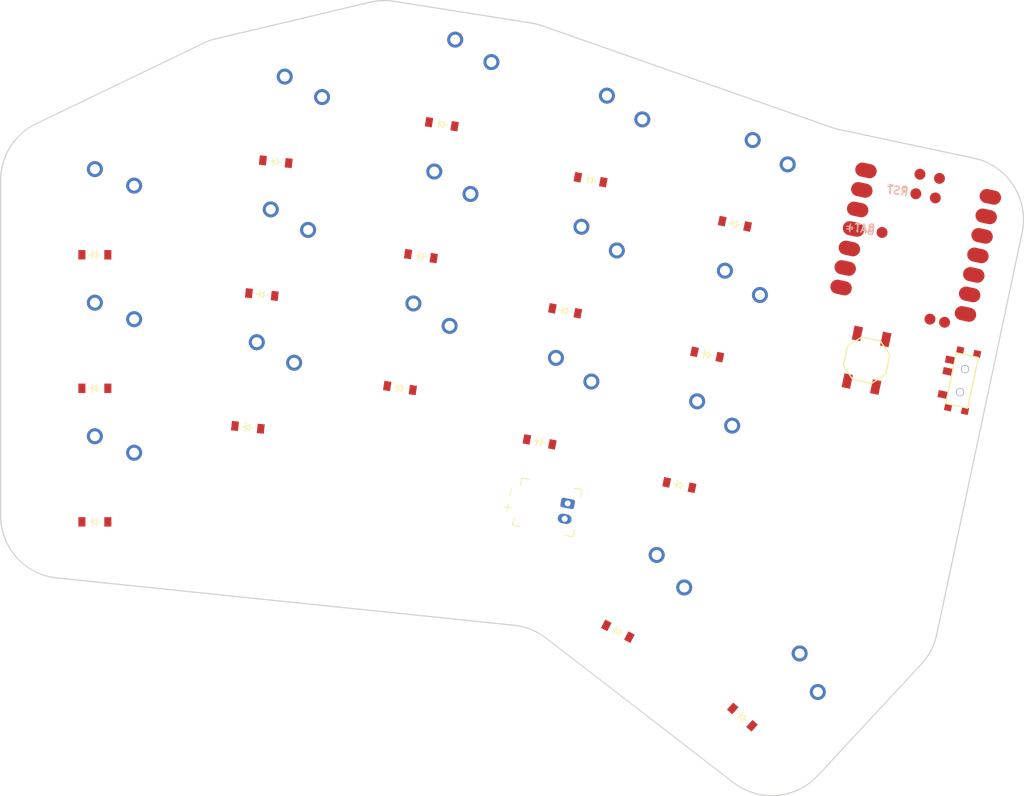
<source format=kicad_pcb>
(kicad_pcb (version 20171130) (host pcbnew 5.1.6)
  (title_block (title "splave-ferris_choc_v1_left") (rev "v1.0.0") (company "Unknown"))
  (layers (0 F.Cu signal) (31 B.Cu signal) (34 B.Paste user) (35 F.Paste user) (36 B.SilkS user) (37 F.SilkS user) (38 B.Mask user) (39 F.Mask user) (44 Edge.Cuts user))
  (net 0 "")
  (net 1 "D4")
  (net 2 "pinky_bottom")
  (net 3 "GND")
  (net 4 "D1")
  (net 5 "D2")
  (net 6 "pinky_home")
  (net 7 "pinky_top")
  (net 8 "ring_bottom")
  (net 9 "ring_home")
  (net 10 "ring_top")
  (net 11 "middle_bottom")
  (net 12 "middle_home")
  (net 13 "middle_top")
  (net 14 "D10")
  (net 15 "index_bottom")
  (net 16 "index_home")
  (net 17 "index_top")
  (net 18 "D8")
  (net 19 "inner_bottom")
  (net 20 "inner_home")
  (net 21 "inner_top")
  (net 22 "near_fan")
  (net 23 "far_fan")
  (net 24 "D5")
  (net 25 "D3")
  (net 26 "D0")
  (net 27 "D9")
  (net 28 "D6")
  (net 29 "D7")
  (net 30 "RAW3V3")
  (net 31 "RAW5V")
  (net 32 "CLK")
  (net 33 "DIO")
  (net 34 "RST")
  (net 35 "BAT")
  (net 36 "NFC1")
  (net 37 "NFC2")
  (net 38 "BATCON")
  (net 39 "JST1_1")
  (net 40 "JST1_2")
  (footprint "ceoloide:switch_choc_v1_v2" (layer "B.Cu") (at 120 210 0)
    (property "Reference" "S1" hide)
    (pad "" np_thru_hole circle (at 0 0 0) (size 3.4 3.4) (drill 3.4) (layers "*.Cu" "*.Mask"))
    (pad "" np_thru_hole circle (at 5.5 0 0) (size 1.9 1.9) (drill 1.9) (layers "*.Cu" "*.Mask"))
    (pad "" np_thru_hole circle (at -5.5 0 0) (size 1.9 1.9) (drill 1.9) (layers "*.Cu" "*.Mask"))
    (pad "2" thru_hole circle (at 0 -5.9 195) (size 2.032 2.032) (drill 1.27) (layers "*.Cu" "*.Mask") (net 1 "D4"))
    (pad "1" thru_hole circle (at 5 -3.8 195) (size 2.032 2.032) (drill 1.27) (layers "*.Cu" "*.Mask") (net 2 "pinky_bottom"))
  )
  (footprint "ceoloide:switch_choc_v1_v2" (layer "B.Cu") (at 120 193 0)
    (property "Reference" "S2" hide)
    (pad "" np_thru_hole circle (at 0 0 0) (size 3.4 3.4) (drill 3.4) (layers "*.Cu" "*.Mask"))
    (pad "" np_thru_hole circle (at 5.5 0 0) (size 1.9 1.9) (drill 1.9) (layers "*.Cu" "*.Mask"))
    (pad "" np_thru_hole circle (at -5.5 0 0) (size 1.9 1.9) (drill 1.9) (layers "*.Cu" "*.Mask"))
    (pad "2" thru_hole circle (at 0 -5.9 195) (size 2.032 2.032) (drill 1.27) (layers "*.Cu" "*.Mask") (net 1 "D4"))
    (pad "1" thru_hole circle (at 5 -3.8 195) (size 2.032 2.032) (drill 1.27) (layers "*.Cu" "*.Mask") (net 6 "pinky_home"))
  )
  (footprint "ceoloide:switch_choc_v1_v2" (layer "B.Cu") (at 120 176 0)
    (property "Reference" "S3" hide)
    (pad "" np_thru_hole circle (at 0 0 0) (size 3.4 3.4) (drill 3.4) (layers "*.Cu" "*.Mask"))
    (pad "" np_thru_hole circle (at 5.5 0 0) (size 1.9 1.9) (drill 1.9) (layers "*.Cu" "*.Mask"))
    (pad "" np_thru_hole circle (at -5.5 0 0) (size 1.9 1.9) (drill 1.9) (layers "*.Cu" "*.Mask"))
    (pad "2" thru_hole circle (at 0 -5.9 195) (size 2.032 2.032) (drill 1.27) (layers "*.Cu" "*.Mask") (net 1 "D4"))
    (pad "1" thru_hole circle (at 5 -3.8 195) (size 2.032 2.032) (drill 1.27) (layers "*.Cu" "*.Mask") (net 7 "pinky_top"))
  )
  (footprint "ceoloide:switch_choc_v1_v2" (layer "B.Cu") (at 140 198 -6)
    (property "Reference" "S4" hide)
    (pad "" np_thru_hole circle (at 0 0 -6) (size 3.4 3.4) (drill 3.4) (layers "*.Cu" "*.Mask"))
    (pad "" np_thru_hole circle (at 5.5 0 -6) (size 1.9 1.9) (drill 1.9) (layers "*.Cu" "*.Mask"))
    (pad "" np_thru_hole circle (at -5.5 0 -6) (size 1.9 1.9) (drill 1.9) (layers "*.Cu" "*.Mask"))
    (pad "2" thru_hole circle (at 0 -5.9 189) (size 2.032 2.032) (drill 1.27) (layers "*.Cu" "*.Mask") (net 5 "D2"))
    (pad "1" thru_hole circle (at 5 -3.8 189) (size 2.032 2.032) (drill 1.27) (layers "*.Cu" "*.Mask") (net 8 "ring_bottom"))
  )
  (footprint "ceoloide:switch_choc_v1_v2" (layer "B.Cu") (at 141.7769839 181.0931278 -6)
    (property "Reference" "S5" hide)
    (pad "" np_thru_hole circle (at 0 0 -6) (size 3.4 3.4) (drill 3.4) (layers "*.Cu" "*.Mask"))
    (pad "" np_thru_hole circle (at 5.5 0 -6) (size 1.9 1.9) (drill 1.9) (layers "*.Cu" "*.Mask"))
    (pad "" np_thru_hole circle (at -5.5 0 -6) (size 1.9 1.9) (drill 1.9) (layers "*.Cu" "*.Mask"))
    (pad "2" thru_hole circle (at 0 -5.9 189) (size 2.032 2.032) (drill 1.27) (layers "*.Cu" "*.Mask") (net 5 "D2"))
    (pad "1" thru_hole circle (at 5 -3.8 189) (size 2.032 2.032) (drill 1.27) (layers "*.Cu" "*.Mask") (net 9 "ring_home"))
  )
  (footprint "ceoloide:switch_choc_v1_v2" (layer "B.Cu") (at 143.5539678 164.18625559999998 -6)
    (property "Reference" "S6" hide)
    (pad "" np_thru_hole circle (at 0 0 -6) (size 3.4 3.4) (drill 3.4) (layers "*.Cu" "*.Mask"))
    (pad "" np_thru_hole circle (at 5.5 0 -6) (size 1.9 1.9) (drill 1.9) (layers "*.Cu" "*.Mask"))
    (pad "" np_thru_hole circle (at -5.5 0 -6) (size 1.9 1.9) (drill 1.9) (layers "*.Cu" "*.Mask"))
    (pad "2" thru_hole circle (at 0 -5.9 189) (size 2.032 2.032) (drill 1.27) (layers "*.Cu" "*.Mask") (net 5 "D2"))
    (pad "1" thru_hole circle (at 5 -3.8 189) (size 2.032 2.032) (drill 1.27) (layers "*.Cu" "*.Mask") (net 10 "ring_top"))
  )
  (footprint "ceoloide:switch_choc_v1_v2" (layer "B.Cu") (at 159.6276153 193.0243875 -9)
    (property "Reference" "S7" hide)
    (pad "" np_thru_hole circle (at 0 0 -9) (size 3.4 3.4) (drill 3.4) (layers "*.Cu" "*.Mask"))
    (pad "" np_thru_hole circle (at 5.5 0 -9) (size 1.9 1.9) (drill 1.9) (layers "*.Cu" "*.Mask"))
    (pad "" np_thru_hole circle (at -5.5 0 -9) (size 1.9 1.9) (drill 1.9) (layers "*.Cu" "*.Mask"))
    (pad "2" thru_hole circle (at 0 -5.9 186) (size 2.032 2.032) (drill 1.27) (layers "*.Cu" "*.Mask") (net 4 "D1"))
    (pad "1" thru_hole circle (at 5 -3.8 186) (size 2.032 2.032) (drill 1.27) (layers "*.Cu" "*.Mask") (net 11 "middle_bottom"))
  )
  (footprint "ceoloide:switch_choc_v1_v2" (layer "B.Cu") (at 162.2870012 176.2336857 -9)
    (property "Reference" "S8" hide)
    (pad "" np_thru_hole circle (at 0 0 -9) (size 3.4 3.4) (drill 3.4) (layers "*.Cu" "*.Mask"))
    (pad "" np_thru_hole circle (at 5.5 0 -9) (size 1.9 1.9) (drill 1.9) (layers "*.Cu" "*.Mask"))
    (pad "" np_thru_hole circle (at -5.5 0 -9) (size 1.9 1.9) (drill 1.9) (layers "*.Cu" "*.Mask"))
    (pad "2" thru_hole circle (at 0 -5.9 186) (size 2.032 2.032) (drill 1.27) (layers "*.Cu" "*.Mask") (net 4 "D1"))
    (pad "1" thru_hole circle (at 5 -3.8 186) (size 2.032 2.032) (drill 1.27) (layers "*.Cu" "*.Mask") (net 12 "middle_home"))
  )
  (footprint "ceoloide:switch_choc_v1_v2" (layer "B.Cu") (at 164.94638709999998 159.4429839 -9)
    (property "Reference" "S9" hide)
    (pad "" np_thru_hole circle (at 0 0 -9) (size 3.4 3.4) (drill 3.4) (layers "*.Cu" "*.Mask"))
    (pad "" np_thru_hole circle (at 5.5 0 -9) (size 1.9 1.9) (drill 1.9) (layers "*.Cu" "*.Mask"))
    (pad "" np_thru_hole circle (at -5.5 0 -9) (size 1.9 1.9) (drill 1.9) (layers "*.Cu" "*.Mask"))
    (pad "2" thru_hole circle (at 0 -5.9 186) (size 2.032 2.032) (drill 1.27) (layers "*.Cu" "*.Mask") (net 4 "D1"))
    (pad "1" thru_hole circle (at 5 -3.8 186) (size 2.032 2.032) (drill 1.27) (layers "*.Cu" "*.Mask") (net 13 "middle_top"))
  )
  (footprint "ceoloide:switch_choc_v1_v2" (layer "B.Cu") (at 177.5704182 199.9161088 -11)
    (property "Reference" "S10" hide)
    (pad "" np_thru_hole circle (at 0 0 -11) (size 3.4 3.4) (drill 3.4) (layers "*.Cu" "*.Mask"))
    (pad "" np_thru_hole circle (at 5.5 0 -11) (size 1.9 1.9) (drill 1.9) (layers "*.Cu" "*.Mask"))
    (pad "" np_thru_hole circle (at -5.5 0 -11) (size 1.9 1.9) (drill 1.9) (layers "*.Cu" "*.Mask"))
    (pad "2" thru_hole circle (at 0 -5.9 184) (size 2.032 2.032) (drill 1.27) (layers "*.Cu" "*.Mask") (net 14 "D10"))
    (pad "1" thru_hole circle (at 5 -3.8 184) (size 2.032 2.032) (drill 1.27) (layers "*.Cu" "*.Mask") (net 15 "index_bottom"))
  )
  (footprint "ceoloide:switch_choc_v1_v2" (layer "B.Cu") (at 180.8141711 183.22844669999998 -11)
    (property "Reference" "S11" hide)
    (pad "" np_thru_hole circle (at 0 0 -11) (size 3.4 3.4) (drill 3.4) (layers "*.Cu" "*.Mask"))
    (pad "" np_thru_hole circle (at 5.5 0 -11) (size 1.9 1.9) (drill 1.9) (layers "*.Cu" "*.Mask"))
    (pad "" np_thru_hole circle (at -5.5 0 -11) (size 1.9 1.9) (drill 1.9) (layers "*.Cu" "*.Mask"))
    (pad "2" thru_hole circle (at 0 -5.9 184) (size 2.032 2.032) (drill 1.27) (layers "*.Cu" "*.Mask") (net 14 "D10"))
    (pad "1" thru_hole circle (at 5 -3.8 184) (size 2.032 2.032) (drill 1.27) (layers "*.Cu" "*.Mask") (net 16 "index_home"))
  )
  (footprint "ceoloide:switch_choc_v1_v2" (layer "B.Cu") (at 184.057924 166.54078459999997 -11)
    (property "Reference" "S12" hide)
    (pad "" np_thru_hole circle (at 0 0 -11) (size 3.4 3.4) (drill 3.4) (layers "*.Cu" "*.Mask"))
    (pad "" np_thru_hole circle (at 5.5 0 -11) (size 1.9 1.9) (drill 1.9) (layers "*.Cu" "*.Mask"))
    (pad "" np_thru_hole circle (at -5.5 0 -11) (size 1.9 1.9) (drill 1.9) (layers "*.Cu" "*.Mask"))
    (pad "2" thru_hole circle (at 0 -5.9 184) (size 2.032 2.032) (drill 1.27) (layers "*.Cu" "*.Mask") (net 14 "D10"))
    (pad "1" thru_hole circle (at 5 -3.8 184) (size 2.032 2.032) (drill 1.27) (layers "*.Cu" "*.Mask") (net 17 "index_top"))
  )
  (footprint "ceoloide:switch_choc_v1_v2" (layer "B.Cu") (at 195.44706580000002 205.4284104 -12)
    (property "Reference" "S13" hide)
    (pad "" np_thru_hole circle (at 0 0 -12) (size 3.4 3.4) (drill 3.4) (layers "*.Cu" "*.Mask"))
    (pad "" np_thru_hole circle (at 5.5 0 -12) (size 1.9 1.9) (drill 1.9) (layers "*.Cu" "*.Mask"))
    (pad "" np_thru_hole circle (at -5.5 0 -12) (size 1.9 1.9) (drill 1.9) (layers "*.Cu" "*.Mask"))
    (pad "2" thru_hole circle (at 0 -5.9 183) (size 2.032 2.032) (drill 1.27) (layers "*.Cu" "*.Mask") (net 18 "D8"))
    (pad "1" thru_hole circle (at 5 -3.8 183) (size 2.032 2.032) (drill 1.27) (layers "*.Cu" "*.Mask") (net 19 "inner_bottom"))
  )
  (footprint "ceoloide:switch_choc_v1_v2" (layer "B.Cu") (at 198.98156450000002 188.7999012 -12)
    (property "Reference" "S14" hide)
    (pad "" np_thru_hole circle (at 0 0 -12) (size 3.4 3.4) (drill 3.4) (layers "*.Cu" "*.Mask"))
    (pad "" np_thru_hole circle (at 5.5 0 -12) (size 1.9 1.9) (drill 1.9) (layers "*.Cu" "*.Mask"))
    (pad "" np_thru_hole circle (at -5.5 0 -12) (size 1.9 1.9) (drill 1.9) (layers "*.Cu" "*.Mask"))
    (pad "2" thru_hole circle (at 0 -5.9 183) (size 2.032 2.032) (drill 1.27) (layers "*.Cu" "*.Mask") (net 18 "D8"))
    (pad "1" thru_hole circle (at 5 -3.8 183) (size 2.032 2.032) (drill 1.27) (layers "*.Cu" "*.Mask") (net 20 "inner_home"))
  )
  (footprint "ceoloide:switch_choc_v1_v2" (layer "B.Cu") (at 202.51606320000002 172.171392 -12)
    (property "Reference" "S15" hide)
    (pad "" np_thru_hole circle (at 0 0 -12) (size 3.4 3.4) (drill 3.4) (layers "*.Cu" "*.Mask"))
    (pad "" np_thru_hole circle (at 5.5 0 -12) (size 1.9 1.9) (drill 1.9) (layers "*.Cu" "*.Mask"))
    (pad "" np_thru_hole circle (at -5.5 0 -12) (size 1.9 1.9) (drill 1.9) (layers "*.Cu" "*.Mask"))
    (pad "2" thru_hole circle (at 0 -5.9 183) (size 2.032 2.032) (drill 1.27) (layers "*.Cu" "*.Mask") (net 18 "D8"))
    (pad "1" thru_hole circle (at 5 -3.8 183) (size 2.032 2.032) (drill 1.27) (layers "*.Cu" "*.Mask") (net 21 "inner_top"))
  )
  (footprint "ceoloide:switch_choc_v1_v2" (layer "B.Cu") (at 188.843463 224.4715832 -27)
    (property "Reference" "S16" hide)
    (pad "" np_thru_hole circle (at 0 0 -27) (size 3.4 3.4) (drill 3.4) (layers "*.Cu" "*.Mask"))
    (pad "" np_thru_hole circle (at 5.5 0 -27) (size 1.9 1.9) (drill 1.9) (layers "*.Cu" "*.Mask"))
    (pad "" np_thru_hole circle (at -5.5 0 -27) (size 1.9 1.9) (drill 1.9) (layers "*.Cu" "*.Mask"))
    (pad "2" thru_hole circle (at 0 -5.9 168) (size 2.032 2.032) (drill 1.27) (layers "*.Cu" "*.Mask") (net 14 "D10"))
    (pad "1" thru_hole circle (at 5 -3.8 168) (size 2.032 2.032) (drill 1.27) (layers "*.Cu" "*.Mask") (net 22 "near_fan"))
  )
  (footprint "ceoloide:switch_choc_v1_v2" (layer "B.Cu") (at 205.7727537 236.1370937 -42)
    (property "Reference" "S17" hide)
    (pad "" np_thru_hole circle (at 0 0 -42) (size 3.4 3.4) (drill 3.4) (layers "*.Cu" "*.Mask"))
    (pad "" np_thru_hole circle (at 5.5 0 -42) (size 1.9 1.9) (drill 1.9) (layers "*.Cu" "*.Mask"))
    (pad "" np_thru_hole circle (at -5.5 0 -42) (size 1.9 1.9) (drill 1.9) (layers "*.Cu" "*.Mask"))
    (pad "2" thru_hole circle (at 0 -5.9 153) (size 2.032 2.032) (drill 1.27) (layers "*.Cu" "*.Mask") (net 18 "D8"))
    (pad "1" thru_hole circle (at 5 -3.8 153) (size 2.032 2.032) (drill 1.27) (layers "*.Cu" "*.Mask") (net 23 "far_fan"))
  )
  (footprint "ceoloide:diode_tht_sod123" (layer "F.Cu") (at 120 215 0)
    (property "Reference" "D1" hide)
    (fp_line (start 0.25 0) (end 0.75 0) (layer "F.SilkS") (stroke (width 0.1)))
    (fp_line (start 0.25 0.4) (end -0.35 0) (layer "F.SilkS") (stroke (width 0.1)))
    (fp_line (start 0.25 -0.4) (end 0.25 0.4) (layer "F.SilkS") (stroke (width 0.1)))
    (fp_line (start -0.35 0) (end 0.25 -0.4) (layer "F.SilkS") (stroke (width 0.1)))
    (fp_line (start -0.35 0) (end -0.35 0.55) (layer "F.SilkS") (stroke (width 0.1)))
    (fp_line (start -0.35 0) (end -0.35 -0.55) (layer "F.SilkS") (stroke (width 0.1)))
    (fp_line (start -0.75 0) (end -0.35 0) (layer "F.SilkS") (stroke (width 0.1)))
    (pad "1" smd rect (at -1.65 0 0) (size 0.9 1.2) (layers "F.Cu" "F.Paste" "F.Mask") (net 24 "D5"))
    (pad "2" smd rect (at 1.65 0 0) (size 0.9 1.2) (layers "F.Cu" "F.Paste" "F.Mask") (net 2 "pinky_bottom"))
  )
  (footprint "ceoloide:diode_tht_sod123" (layer "F.Cu") (at 120 198 0)
    (property "Reference" "D2" hide)
    (fp_line (start 0.25 0) (end 0.75 0) (layer "F.SilkS") (stroke (width 0.1)))
    (fp_line (start 0.25 0.4) (end -0.35 0) (layer "F.SilkS") (stroke (width 0.1)))
    (fp_line (start 0.25 -0.4) (end 0.25 0.4) (layer "F.SilkS") (stroke (width 0.1)))
    (fp_line (start -0.35 0) (end 0.25 -0.4) (layer "F.SilkS") (stroke (width 0.1)))
    (fp_line (start -0.35 0) (end -0.35 0.55) (layer "F.SilkS") (stroke (width 0.1)))
    (fp_line (start -0.35 0) (end -0.35 -0.55) (layer "F.SilkS") (stroke (width 0.1)))
    (fp_line (start -0.75 0) (end -0.35 0) (layer "F.SilkS") (stroke (width 0.1)))
    (pad "1" smd rect (at -1.65 0 0) (size 0.9 1.2) (layers "F.Cu" "F.Paste" "F.Mask") (net 25 "D3"))
    (pad "2" smd rect (at 1.65 0 0) (size 0.9 1.2) (layers "F.Cu" "F.Paste" "F.Mask") (net 6 "pinky_home"))
  )
  (footprint "ceoloide:diode_tht_sod123" (layer "F.Cu") (at 120 181 0)
    (property "Reference" "D3" hide)
    (fp_line (start 0.25 0) (end 0.75 0) (layer "F.SilkS") (stroke (width 0.1)))
    (fp_line (start 0.25 0.4) (end -0.35 0) (layer "F.SilkS") (stroke (width 0.1)))
    (fp_line (start 0.25 -0.4) (end 0.25 0.4) (layer "F.SilkS") (stroke (width 0.1)))
    (fp_line (start -0.35 0) (end 0.25 -0.4) (layer "F.SilkS") (stroke (width 0.1)))
    (fp_line (start -0.35 0) (end -0.35 0.55) (layer "F.SilkS") (stroke (width 0.1)))
    (fp_line (start -0.35 0) (end -0.35 -0.55) (layer "F.SilkS") (stroke (width 0.1)))
    (fp_line (start -0.75 0) (end -0.35 0) (layer "F.SilkS") (stroke (width 0.1)))
    (pad "1" smd rect (at -1.65 0 0) (size 0.9 1.2) (layers "F.Cu" "F.Paste" "F.Mask") (net 26 "D0"))
    (pad "2" smd rect (at 1.65 0 0) (size 0.9 1.2) (layers "F.Cu" "F.Paste" "F.Mask") (net 7 "pinky_top"))
  )
  (footprint "ceoloide:diode_tht_sod123" (layer "F.Cu") (at 139.4773577 202.9726095 -6)
    (property "Reference" "D4" hide)
    (fp_line (start 0.25 0) (end 0.75 0) (layer "F.SilkS") (stroke (width 0.1)))
    (fp_line (start 0.25 0.4) (end -0.35 0) (layer "F.SilkS") (stroke (width 0.1)))
    (fp_line (start 0.25 -0.4) (end 0.25 0.4) (layer "F.SilkS") (stroke (width 0.1)))
    (fp_line (start -0.35 0) (end 0.25 -0.4) (layer "F.SilkS") (stroke (width 0.1)))
    (fp_line (start -0.35 0) (end -0.35 0.55) (layer "F.SilkS") (stroke (width 0.1)))
    (fp_line (start -0.35 0) (end -0.35 -0.55) (layer "F.SilkS") (stroke (width 0.1)))
    (fp_line (start -0.75 0) (end -0.35 0) (layer "F.SilkS") (stroke (width 0.1)))
    (pad "1" smd rect (at -1.65 0 -6) (size 0.9 1.2) (layers "F.Cu" "F.Paste" "F.Mask") (net 24 "D5"))
    (pad "2" smd rect (at 1.65 0 -6) (size 0.9 1.2) (layers "F.Cu" "F.Paste" "F.Mask") (net 8 "ring_bottom"))
  )
  (footprint "ceoloide:diode_tht_sod123" (layer "F.Cu") (at 141.2543416 186.0657373 -6)
    (property "Reference" "D5" hide)
    (fp_line (start 0.25 0) (end 0.75 0) (layer "F.SilkS") (stroke (width 0.1)))
    (fp_line (start 0.25 0.4) (end -0.35 0) (layer "F.SilkS") (stroke (width 0.1)))
    (fp_line (start 0.25 -0.4) (end 0.25 0.4) (layer "F.SilkS") (stroke (width 0.1)))
    (fp_line (start -0.35 0) (end 0.25 -0.4) (layer "F.SilkS") (stroke (width 0.1)))
    (fp_line (start -0.35 0) (end -0.35 0.55) (layer "F.SilkS") (stroke (width 0.1)))
    (fp_line (start -0.35 0) (end -0.35 -0.55) (layer "F.SilkS") (stroke (width 0.1)))
    (fp_line (start -0.75 0) (end -0.35 0) (layer "F.SilkS") (stroke (width 0.1)))
    (pad "1" smd rect (at -1.65 0 -6) (size 0.9 1.2) (layers "F.Cu" "F.Paste" "F.Mask") (net 25 "D3"))
    (pad "2" smd rect (at 1.65 0 -6) (size 0.9 1.2) (layers "F.Cu" "F.Paste" "F.Mask") (net 9 "ring_home"))
  )
  (footprint "ceoloide:diode_tht_sod123" (layer "F.Cu") (at 143.0313255 169.15886509999999 -6)
    (property "Reference" "D6" hide)
    (fp_line (start 0.25 0) (end 0.75 0) (layer "F.SilkS") (stroke (width 0.1)))
    (fp_line (start 0.25 0.4) (end -0.35 0) (layer "F.SilkS") (stroke (width 0.1)))
    (fp_line (start 0.25 -0.4) (end 0.25 0.4) (layer "F.SilkS") (stroke (width 0.1)))
    (fp_line (start -0.35 0) (end 0.25 -0.4) (layer "F.SilkS") (stroke (width 0.1)))
    (fp_line (start -0.35 0) (end -0.35 0.55) (layer "F.SilkS") (stroke (width 0.1)))
    (fp_line (start -0.35 0) (end -0.35 -0.55) (layer "F.SilkS") (stroke (width 0.1)))
    (fp_line (start -0.75 0) (end -0.35 0) (layer "F.SilkS") (stroke (width 0.1)))
    (pad "1" smd rect (at -1.65 0 -6) (size 0.9 1.2) (layers "F.Cu" "F.Paste" "F.Mask") (net 26 "D0"))
    (pad "2" smd rect (at 1.65 0 -6) (size 0.9 1.2) (layers "F.Cu" "F.Paste" "F.Mask") (net 10 "ring_top"))
  )
  (footprint "ceoloide:diode_tht_sod123" (layer "F.Cu") (at 158.845443 197.9628292 -9)
    (property "Reference" "D7" hide)
    (fp_line (start 0.25 0) (end 0.75 0) (layer "F.SilkS") (stroke (width 0.1)))
    (fp_line (start 0.25 0.4) (end -0.35 0) (layer "F.SilkS") (stroke (width 0.1)))
    (fp_line (start 0.25 -0.4) (end 0.25 0.4) (layer "F.SilkS") (stroke (width 0.1)))
    (fp_line (start -0.35 0) (end 0.25 -0.4) (layer "F.SilkS") (stroke (width 0.1)))
    (fp_line (start -0.35 0) (end -0.35 0.55) (layer "F.SilkS") (stroke (width 0.1)))
    (fp_line (start -0.35 0) (end -0.35 -0.55) (layer "F.SilkS") (stroke (width 0.1)))
    (fp_line (start -0.75 0) (end -0.35 0) (layer "F.SilkS") (stroke (width 0.1)))
    (pad "1" smd rect (at -1.65 0 -9) (size 0.9 1.2) (layers "F.Cu" "F.Paste" "F.Mask") (net 24 "D5"))
    (pad "2" smd rect (at 1.65 0 -9) (size 0.9 1.2) (layers "F.Cu" "F.Paste" "F.Mask") (net 11 "middle_bottom"))
  )
  (footprint "ceoloide:diode_tht_sod123" (layer "F.Cu") (at 161.50482889999998 181.1721274 -9)
    (property "Reference" "D8" hide)
    (fp_line (start 0.25 0) (end 0.75 0) (layer "F.SilkS") (stroke (width 0.1)))
    (fp_line (start 0.25 0.4) (end -0.35 0) (layer "F.SilkS") (stroke (width 0.1)))
    (fp_line (start 0.25 -0.4) (end 0.25 0.4) (layer "F.SilkS") (stroke (width 0.1)))
    (fp_line (start -0.35 0) (end 0.25 -0.4) (layer "F.SilkS") (stroke (width 0.1)))
    (fp_line (start -0.35 0) (end -0.35 0.55) (layer "F.SilkS") (stroke (width 0.1)))
    (fp_line (start -0.35 0) (end -0.35 -0.55) (layer "F.SilkS") (stroke (width 0.1)))
    (fp_line (start -0.75 0) (end -0.35 0) (layer "F.SilkS") (stroke (width 0.1)))
    (pad "1" smd rect (at -1.65 0 -9) (size 0.9 1.2) (layers "F.Cu" "F.Paste" "F.Mask") (net 25 "D3"))
    (pad "2" smd rect (at 1.65 0 -9) (size 0.9 1.2) (layers "F.Cu" "F.Paste" "F.Mask") (net 12 "middle_home"))
  )
  (footprint "ceoloide:diode_tht_sod123" (layer "F.Cu") (at 164.16421479999997 164.3814256 -9)
    (property "Reference" "D9" hide)
    (fp_line (start 0.25 0) (end 0.75 0) (layer "F.SilkS") (stroke (width 0.1)))
    (fp_line (start 0.25 0.4) (end -0.35 0) (layer "F.SilkS") (stroke (width 0.1)))
    (fp_line (start 0.25 -0.4) (end 0.25 0.4) (layer "F.SilkS") (stroke (width 0.1)))
    (fp_line (start -0.35 0) (end 0.25 -0.4) (layer "F.SilkS") (stroke (width 0.1)))
    (fp_line (start -0.35 0) (end -0.35 0.55) (layer "F.SilkS") (stroke (width 0.1)))
    (fp_line (start -0.35 0) (end -0.35 -0.55) (layer "F.SilkS") (stroke (width 0.1)))
    (fp_line (start -0.75 0) (end -0.35 0) (layer "F.SilkS") (stroke (width 0.1)))
    (pad "1" smd rect (at -1.65 0 -9) (size 0.9 1.2) (layers "F.Cu" "F.Paste" "F.Mask") (net 26 "D0"))
    (pad "2" smd rect (at 1.65 0 -9) (size 0.9 1.2) (layers "F.Cu" "F.Paste" "F.Mask") (net 13 "middle_top"))
  )
  (footprint "ceoloide:diode_tht_sod123" (layer "F.Cu") (at 176.6163732 204.82424469999998 -11)
    (property "Reference" "D10" hide)
    (fp_line (start 0.25 0) (end 0.75 0) (layer "F.SilkS") (stroke (width 0.1)))
    (fp_line (start 0.25 0.4) (end -0.35 0) (layer "F.SilkS") (stroke (width 0.1)))
    (fp_line (start 0.25 -0.4) (end 0.25 0.4) (layer "F.SilkS") (stroke (width 0.1)))
    (fp_line (start -0.35 0) (end 0.25 -0.4) (layer "F.SilkS") (stroke (width 0.1)))
    (fp_line (start -0.35 0) (end -0.35 0.55) (layer "F.SilkS") (stroke (width 0.1)))
    (fp_line (start -0.35 0) (end -0.35 -0.55) (layer "F.SilkS") (stroke (width 0.1)))
    (fp_line (start -0.75 0) (end -0.35 0) (layer "F.SilkS") (stroke (width 0.1)))
    (pad "1" smd rect (at -1.65 0 -11) (size 0.9 1.2) (layers "F.Cu" "F.Paste" "F.Mask") (net 24 "D5"))
    (pad "2" smd rect (at 1.65 0 -11) (size 0.9 1.2) (layers "F.Cu" "F.Paste" "F.Mask") (net 15 "index_bottom"))
  )
  (footprint "ceoloide:diode_tht_sod123" (layer "F.Cu") (at 179.8601261 188.13658259999997 -11)
    (property "Reference" "D11" hide)
    (fp_line (start 0.25 0) (end 0.75 0) (layer "F.SilkS") (stroke (width 0.1)))
    (fp_line (start 0.25 0.4) (end -0.35 0) (layer "F.SilkS") (stroke (width 0.1)))
    (fp_line (start 0.25 -0.4) (end 0.25 0.4) (layer "F.SilkS") (stroke (width 0.1)))
    (fp_line (start -0.35 0) (end 0.25 -0.4) (layer "F.SilkS") (stroke (width 0.1)))
    (fp_line (start -0.35 0) (end -0.35 0.55) (layer "F.SilkS") (stroke (width 0.1)))
    (fp_line (start -0.35 0) (end -0.35 -0.55) (layer "F.SilkS") (stroke (width 0.1)))
    (fp_line (start -0.75 0) (end -0.35 0) (layer "F.SilkS") (stroke (width 0.1)))
    (pad "1" smd rect (at -1.65 0 -11) (size 0.9 1.2) (layers "F.Cu" "F.Paste" "F.Mask") (net 25 "D3"))
    (pad "2" smd rect (at 1.65 0 -11) (size 0.9 1.2) (layers "F.Cu" "F.Paste" "F.Mask") (net 16 "index_home"))
  )
  (footprint "ceoloide:diode_tht_sod123" (layer "F.Cu") (at 183.103879 171.44892049999996 -11)
    (property "Reference" "D12" hide)
    (fp_line (start 0.25 0) (end 0.75 0) (layer "F.SilkS") (stroke (width 0.1)))
    (fp_line (start 0.25 0.4) (end -0.35 0) (layer "F.SilkS") (stroke (width 0.1)))
    (fp_line (start 0.25 -0.4) (end 0.25 0.4) (layer "F.SilkS") (stroke (width 0.1)))
    (fp_line (start -0.35 0) (end 0.25 -0.4) (layer "F.SilkS") (stroke (width 0.1)))
    (fp_line (start -0.35 0) (end -0.35 0.55) (layer "F.SilkS") (stroke (width 0.1)))
    (fp_line (start -0.35 0) (end -0.35 -0.55) (layer "F.SilkS") (stroke (width 0.1)))
    (fp_line (start -0.75 0) (end -0.35 0) (layer "F.SilkS") (stroke (width 0.1)))
    (pad "1" smd rect (at -1.65 0 -11) (size 0.9 1.2) (layers "F.Cu" "F.Paste" "F.Mask") (net 26 "D0"))
    (pad "2" smd rect (at 1.65 0 -11) (size 0.9 1.2) (layers "F.Cu" "F.Paste" "F.Mask") (net 17 "index_top"))
  )
  (footprint "ceoloide:diode_tht_sod123" (layer "F.Cu") (at 194.40750730000002 210.3191484 -12)
    (property "Reference" "D13" hide)
    (fp_line (start 0.25 0) (end 0.75 0) (layer "F.SilkS") (stroke (width 0.1)))
    (fp_line (start 0.25 0.4) (end -0.35 0) (layer "F.SilkS") (stroke (width 0.1)))
    (fp_line (start 0.25 -0.4) (end 0.25 0.4) (layer "F.SilkS") (stroke (width 0.1)))
    (fp_line (start -0.35 0) (end 0.25 -0.4) (layer "F.SilkS") (stroke (width 0.1)))
    (fp_line (start -0.35 0) (end -0.35 0.55) (layer "F.SilkS") (stroke (width 0.1)))
    (fp_line (start -0.35 0) (end -0.35 -0.55) (layer "F.SilkS") (stroke (width 0.1)))
    (fp_line (start -0.75 0) (end -0.35 0) (layer "F.SilkS") (stroke (width 0.1)))
    (pad "1" smd rect (at -1.65 0 -12) (size 0.9 1.2) (layers "F.Cu" "F.Paste" "F.Mask") (net 24 "D5"))
    (pad "2" smd rect (at 1.65 0 -12) (size 0.9 1.2) (layers "F.Cu" "F.Paste" "F.Mask") (net 19 "inner_bottom"))
  )
  (footprint "ceoloide:diode_tht_sod123" (layer "F.Cu") (at 197.94200600000002 193.6906392 -12)
    (property "Reference" "D14" hide)
    (fp_line (start 0.25 0) (end 0.75 0) (layer "F.SilkS") (stroke (width 0.1)))
    (fp_line (start 0.25 0.4) (end -0.35 0) (layer "F.SilkS") (stroke (width 0.1)))
    (fp_line (start 0.25 -0.4) (end 0.25 0.4) (layer "F.SilkS") (stroke (width 0.1)))
    (fp_line (start -0.35 0) (end 0.25 -0.4) (layer "F.SilkS") (stroke (width 0.1)))
    (fp_line (start -0.35 0) (end -0.35 0.55) (layer "F.SilkS") (stroke (width 0.1)))
    (fp_line (start -0.35 0) (end -0.35 -0.55) (layer "F.SilkS") (stroke (width 0.1)))
    (fp_line (start -0.75 0) (end -0.35 0) (layer "F.SilkS") (stroke (width 0.1)))
    (pad "1" smd rect (at -1.65 0 -12) (size 0.9 1.2) (layers "F.Cu" "F.Paste" "F.Mask") (net 25 "D3"))
    (pad "2" smd rect (at 1.65 0 -12) (size 0.9 1.2) (layers "F.Cu" "F.Paste" "F.Mask") (net 20 "inner_home"))
  )
  (footprint "ceoloide:diode_tht_sod123" (layer "F.Cu") (at 201.47650470000002 177.06213 -12)
    (property "Reference" "D15" hide)
    (fp_line (start 0.25 0) (end 0.75 0) (layer "F.SilkS") (stroke (width 0.1)))
    (fp_line (start 0.25 0.4) (end -0.35 0) (layer "F.SilkS") (stroke (width 0.1)))
    (fp_line (start 0.25 -0.4) (end 0.25 0.4) (layer "F.SilkS") (stroke (width 0.1)))
    (fp_line (start -0.35 0) (end 0.25 -0.4) (layer "F.SilkS") (stroke (width 0.1)))
    (fp_line (start -0.35 0) (end -0.35 0.55) (layer "F.SilkS") (stroke (width 0.1)))
    (fp_line (start -0.35 0) (end -0.35 -0.55) (layer "F.SilkS") (stroke (width 0.1)))
    (fp_line (start -0.75 0) (end -0.35 0) (layer "F.SilkS") (stroke (width 0.1)))
    (pad "1" smd rect (at -1.65 0 -12) (size 0.9 1.2) (layers "F.Cu" "F.Paste" "F.Mask") (net 26 "D0"))
    (pad "2" smd rect (at 1.65 0 -12) (size 0.9 1.2) (layers "F.Cu" "F.Paste" "F.Mask") (net 21 "inner_top"))
  )
  (footprint "ceoloide:diode_tht_sod123" (layer "F.Cu") (at 186.57351050000003 228.9266158 -27)
    (property "Reference" "D16" hide)
    (fp_line (start 0.25 0) (end 0.75 0) (layer "F.SilkS") (stroke (width 0.1)))
    (fp_line (start 0.25 0.4) (end -0.35 0) (layer "F.SilkS") (stroke (width 0.1)))
    (fp_line (start 0.25 -0.4) (end 0.25 0.4) (layer "F.SilkS") (stroke (width 0.1)))
    (fp_line (start -0.35 0) (end 0.25 -0.4) (layer "F.SilkS") (stroke (width 0.1)))
    (fp_line (start -0.35 0) (end -0.35 0.55) (layer "F.SilkS") (stroke (width 0.1)))
    (fp_line (start -0.35 0) (end -0.35 -0.55) (layer "F.SilkS") (stroke (width 0.1)))
    (fp_line (start -0.75 0) (end -0.35 0) (layer "F.SilkS") (stroke (width 0.1)))
    (pad "1" smd rect (at -1.65 0 -27) (size 0.9 1.2) (layers "F.Cu" "F.Paste" "F.Mask") (net 27 "D9"))
    (pad "2" smd rect (at 1.65 0 -27) (size 0.9 1.2) (layers "F.Cu" "F.Paste" "F.Mask") (net 22 "near_fan"))
  )
  (footprint "ceoloide:diode_tht_sod123" (layer "F.Cu") (at 202.4271007 239.8528178 -42)
    (property "Reference" "D17" hide)
    (fp_line (start 0.25 0) (end 0.75 0) (layer "F.SilkS") (stroke (width 0.1)))
    (fp_line (start 0.25 0.4) (end -0.35 0) (layer "F.SilkS") (stroke (width 0.1)))
    (fp_line (start 0.25 -0.4) (end 0.25 0.4) (layer "F.SilkS") (stroke (width 0.1)))
    (fp_line (start -0.35 0) (end 0.25 -0.4) (layer "F.SilkS") (stroke (width 0.1)))
    (fp_line (start -0.35 0) (end -0.35 0.55) (layer "F.SilkS") (stroke (width 0.1)))
    (fp_line (start -0.35 0) (end -0.35 -0.55) (layer "F.SilkS") (stroke (width 0.1)))
    (fp_line (start -0.75 0) (end -0.35 0) (layer "F.SilkS") (stroke (width 0.1)))
    (pad "1" smd rect (at -1.65 0 -42) (size 0.9 1.2) (layers "F.Cu" "F.Paste" "F.Mask") (net 27 "D9"))
    (pad "2" smd rect (at 1.65 0 -42) (size 0.9 1.2) (layers "F.Cu" "F.Paste" "F.Mask") (net 23 "far_fan"))
  )
  (footprint "xiao_smd" (layer "F.Cu") (at 224.49367880000003 179.3987299 -12)
    (property "Reference" "MCU1" hide)
    (fp_text user "BAT+" (at -7.3 -0.25 0) (layer "B.SilkS") (effects (justify mirror)))
    (fp_text user "RST" (at -3.6 -5.95 0) (layer "B.SilkS") (effects (justify mirror)))
    (fp_text user "BAT+" (at -7.3 -0.25 -12) (layer "B.SilkS") (effects (justify mirror)))
    (fp_text user "RST" (at -3.6 -5.95 -12) (layer "B.SilkS") (effects (justify mirror)))
    (pad "1" smd oval (at -7.62 -7.62 168) (size 2.75 1.8) (drill (offset 0.475 0)) (layers "F.Cu" "F.Paste" "F.Mask") (net 26 "D0"))
    (pad "2" smd oval (at -7.62 -5.08 168) (size 2.75 1.8) (drill (offset 0.475 0)) (layers "F.Cu" "F.Paste" "F.Mask") (net 4 "D1"))
    (pad "3" smd oval (at -7.62 -2.54 168) (size 2.75 1.8) (drill (offset 0.475 0)) (layers "F.Cu" "F.Paste" "F.Mask") (net 5 "D2"))
    (pad "4" smd oval (at -7.62 0 168) (size 2.75 1.8) (drill (offset 0.475 0)) (layers "F.Cu" "F.Paste" "F.Mask") (net 25 "D3"))
    (pad "5" smd oval (at -7.62 2.54 168) (size 2.75 1.8) (drill (offset 0.475 0)) (layers "F.Cu" "F.Paste" "F.Mask") (net 1 "D4"))
    (pad "6" smd oval (at -7.62 5.08 168) (size 2.75 1.8) (drill (offset 0.475 0)) (layers "F.Cu" "F.Paste" "F.Mask") (net 24 "D5"))
    (pad "7" smd oval (at -7.62 7.62 168) (size 2.75 1.8) (drill (offset 0.475 0)) (layers "F.Cu" "F.Paste" "F.Mask") (net 28 "D6"))
    (pad "8" smd oval (at 7.62 7.62 -12) (size 2.75 1.8) (drill (offset 0.475 0)) (layers "F.Cu" "F.Paste" "F.Mask") (net 29 "D7"))
    (pad "9" smd oval (at 7.62 5.08 -12) (size 2.75 1.8) (drill (offset 0.475 0)) (layers "F.Cu" "F.Paste" "F.Mask") (net 18 "D8"))
    (pad "10" smd oval (at 7.62 2.54 -12) (size 2.75 1.8) (drill (offset 0.475 0)) (layers "F.Cu" "F.Paste" "F.Mask") (net 27 "D9"))
    (pad "11" smd oval (at 7.62 0 -12) (size 2.75 1.8) (drill (offset 0.475 0)) (layers "F.Cu" "F.Paste" "F.Mask") (net 14 "D10"))
    (pad "12" smd oval (at 7.62 -2.54 -12) (size 2.75 1.8) (drill (offset 0.475 0)) (layers "F.Cu" "F.Paste" "F.Mask") (net 30 "RAW3V3"))
    (pad "13" smd oval (at 7.62 -5.08 -12) (size 2.75 1.8) (drill (offset 0.475 0)) (layers "F.Cu" "F.Paste" "F.Mask") (net 3 "GND"))
    (pad "14" smd oval (at 7.62 -7.62 -12) (size 2.75 1.8) (drill (offset 0.475 0)) (layers "F.Cu" "F.Paste" "F.Mask") (net 31 "RAW5V"))
    (pad "15" smd circle (at -1.27 -8.572 78) (size 1.397 1.397) (drill 1.016) (layers "F.Cu" "F.Mask") (net 32 "CLK"))
    (pad "16" smd circle (at 1.27 -8.572 78) (size 1.397 1.397) (drill 1.016) (layers "F.Cu" "F.Mask") (net 33 "DIO"))
    (pad "17" smd circle (at -1.27 -6.032 78) (size 1.397 1.397) (drill 1.016) (layers "F.Cu" "F.Mask") (net 34 "RST"))
    (pad "18" smd circle (at 1.27 -6.032 78) (size 1.397 1.397) (drill 1.016) (layers "F.Cu" "F.Mask") (net 3 "GND"))
    (pad "19" smd circle (at -4.445 -0.317 168) (size 1.397 1.397) (drill 1.016) (layers "F.Cu" "F.Mask") (net 35 "BAT"))
    (pad "20" smd circle (at 3.81 9.208 168) (size 1.397 1.397) (drill 1.016) (layers "F.Cu" "F.Mask") (net 36 "NFC1"))
    (pad "21" smd circle (at 5.715 9.208 168) (size 1.397 1.397) (drill 1.016) (layers "F.Cu" "F.Mask") (net 37 "NFC2"))
  )
  (module E73:SW_TACT_ALPS_SKQGABE010 (layer F.Cu) (at 218.232649 194.4253564 -102)
    (fp_text reference "B1" hide)
    (fp_text value "" hide)
    (fp_line (start 2.75 1.25) (end 1.25 2.75) (layer F.SilkS) (width 0.15))
    (fp_line (start 2.75 -1.25) (end 1.25 -2.75) (layer F.SilkS) (width 0.15))
    (fp_line (start 2.75 -1.25) (end 2.75 1.25) (layer F.SilkS) (width 0.15))
    (fp_line (start -1.25 2.75) (end 1.25 2.75) (layer F.SilkS) (width 0.15))
    (fp_line (start -1.25 -2.75) (end 1.25 -2.75) (layer F.SilkS) (width 0.15))
    (fp_line (start -2.75 1.25) (end -1.25 2.75) (layer F.SilkS) (width 0.15))
    (fp_line (start -2.75 -1.25) (end -1.25 -2.75) (layer F.SilkS) (width 0.15))
    (fp_line (start -2.75 -1.25) (end -2.75 1.25) (layer F.SilkS) (width 0.15))
    (pad 1 smd rect (at -3.1 -1.85 -102) (size 1.8 1.1) (layers F.Cu F.Paste F.Mask) (net 3 "GND"))
    (pad 1 smd rect (at 3.1 -1.85 -102) (size 1.8 1.1) (layers F.Cu F.Paste F.Mask) (net 3 "GND"))
    (pad 2 smd rect (at -3.1 1.85 -102) (size 1.8 1.1) (layers F.Cu F.Paste F.Mask) (net 34 "RST"))
    (pad 2 smd rect (at 3.1 1.85 -102) (size 1.8 1.1) (layers F.Cu F.Paste F.Mask) (net 34 "RST"))
  )
  (module E73:SPDT_C128955 (layer F.Cu) (at 230.459494 197.02425259999998 -102)
    (fp_text reference "T1" hide)
    (fp_text value "" hide)
    (fp_line (start 1.95 -1.35) (end -1.95 -1.35) (layer F.SilkS) (width 0.15))
    (fp_line (start 0 -1.35) (end -3.3 -1.35) (layer F.SilkS) (width 0.15))
    (fp_line (start -3.3 -1.35) (end -3.3 1.5) (layer F.SilkS) (width 0.15))
    (fp_line (start -3.3 1.5) (end 3.3 1.5) (layer F.SilkS) (width 0.15))
    (fp_line (start 3.3 1.5) (end 3.3 -1.35) (layer F.SilkS) (width 0.15))
    (fp_line (start 0 -1.35) (end 3.3 -1.35) (layer F.SilkS) (width 0.15))
    (pad "" np_thru_hole circle (at 1.5 0) (size 1 1) (drill 0.9) (layers *.Cu *.Mask))
    (pad "" np_thru_hole circle (at -1.5 0) (size 1 1) (drill 0.9) (layers *.Cu *.Mask))
    (pad 1 smd rect (at 2.25 2.075 -102) (size 0.9 1.25) (layers F.Cu F.Paste F.Mask) (net 38 "BATCON"))
    (pad 2 smd rect (at -0.75 2.075 -102) (size 0.9 1.25) (layers F.Cu F.Paste F.Mask) (net 35 "BAT"))
    (pad 3 smd rect (at -2.25 2.075 -102) (size 0.9 1.25) (layers F.Cu F.Paste F.Mask))
    (pad "" smd rect (at 3.7 -1.1 -102) (size 0.9 0.9) (layers F.Cu F.Paste F.Mask))
    (pad "" smd rect (at 3.7 1.1 -102) (size 0.9 0.9) (layers F.Cu F.Paste F.Mask))
    (pad "" smd rect (at -3.7 1.1 -102) (size 0.9 0.9) (layers F.Cu F.Paste F.Mask))
    (pad "" smd rect (at -3.7 -1.1 -102) (size 0.9 0.9) (layers F.Cu F.Paste F.Mask))
  )
  (footprint "ceoloide:battery_connector_jst_ph_2" (layer "F.Cu") (at 179.9980372 213.63130719999998 -101)
    (property "Reference" "JST1" hide)
    (fp_line (start -1.5 7.40) (end -0.5 7.40) (stroke (width 0.1)) (layer "F.SilkS"))
    (fp_line (start 1.5 7.40) (end 0.5 7.40) (stroke (width 0.1)) (layer "F.SilkS"))
    (fp_line (start 1 6.90) (end 1 7.90) (stroke (width 0.1)) (layer "F.SilkS"))
    (fp_line (start -2.06 -1.46) (end -3.06 -1.46) (stroke (width 0.12)) (layer "F.SilkS"))
    (fp_line (start -3.06 -1.46) (end -3.06 -0.46) (stroke (width 0.12)) (layer "F.SilkS"))
    (fp_line (start 2.14 -1.46) (end 3.06 -1.46) (stroke (width 0.12)) (layer "F.SilkS"))
    (fp_line (start 3.06 -1.46) (end 3.06 -0.46) (stroke (width 0.12)) (layer "F.SilkS"))
    (fp_line (start -2.14 6.36) (end -3.06 6.36) (stroke (width 0.12)) (layer "F.SilkS"))
    (fp_line (start -3.06 6.36) (end -3.06 5.36) (stroke (width 0.12)) (layer "F.SilkS"))
    (fp_line (start 2.14 6.36) (end 3.06 6.36) (stroke (width 0.12)) (layer "F.SilkS"))
    (fp_line (start 3.06 6.36) (end 3.06 5.36) (stroke (width 0.12)) (layer "F.SilkS"))
    (pad "1" thru_hole roundrect (at -1 0 -101) (size 1.2 1.75) (drill 0.75) (layers "*.Cu" "*.Mask") (roundrect_rratio 0.20) (net 3 "GND"))
    (pad "2" thru_hole oval (at 1 0 -101) (size 1.2 1.75) (drill 0.75) (layers "*.Cu" "*.Mask") (net 38 "BATCON"))
  )
  (gr_line (start 225.20461566614975 233.11786024544193) (end 212.02924741019314 247.2942882226939) (angle 90) (layer Edge.Cuts) (width 0.15))
  (gr_line (start 201.28448397087286 248.18363456628538) (end 177.42077681372731 229.78429468578094) (angle 90) (layer Edge.Cuts) (width 0.15))
  (gr_line (start 173.35929350527329 228.1622895100253) (end 115.17668803388764 222.1425239718108) (angle 90) (layer Edge.Cuts) (width 0.15))
  (gr_line (start 108 214.18500189934363) (end 108 171.52737163805375) (angle 90) (layer Edge.Cuts) (width 0.15))
  (gr_line (start 112.52975510446582 164.31922343961702) (end 133.81943950391363 154.0696528457247) (angle 90) (layer Edge.Cuts) (width 0.15))
  (gr_line (start 135.44668756110823 153.49298488221527) (end 155.01990493734976 148.85917171046057) (angle 90) (layer Edge.Cuts) (width 0.15))
  (gr_line (start 158.11437781470028 148.74248122610078) (end 175.59358892829417 151.51091629659794) (angle 90) (layer Edge.Cuts) (width 0.15))
  (gr_line (start 176.9931793222277 151.8644532491062) (end 213.78771980726358 164.787767426968) (angle 90) (layer Edge.Cuts) (width 0.15))
  (gr_line (start 214.77549264453066 165.06497851283348) (end 231.87935718742546 168.7005171801213) (angle 90) (layer Edge.Cuts) (width 0.15))
  (gr_line (start 238.0412443714112 178.18899155546183) (end 227.16982828105895 229.3349832879992) (angle 90) (layer Edge.Cuts) (width 0.15))
  (gr_arc (start 206.16927924543924 241.84811766957387) (end 201.28448394543923 248.18363456957385) (angle -84.72891121970724) (layer Edge.Cuts) (width 0.15))
  (gr_arc (start 172.53598153916093 236.11981158249245) (end 177.42077683916094 229.78429468249246) (angle -31.725860874036513) (layer Edge.Cuts) (width 0.15))
  (gr_arc (start 116 214.18500189934363) (end 108 214.18500189934363) (angle -84.09300381511707) (layer Edge.Cuts) (width 0.15))
  (gr_arc (start 116 171.52737163805375) (end 112.5297551 164.31922343805374) (angle -64.29227234329842) (layer Edge.Cuts) (width 0.15))
  (gr_arc (start 137.2896843994478 161.27780104416144) (end 135.44668759944778 153.49298484416144) (angle -12.388600365964564) (layer Edge.Cuts) (width 0.15))
  (gr_arc (start 156.86290177568932 156.64398787240674) (end 158.11437777568932 148.74248117240674) (angle -22.319129632978388) (layer Edge.Cuts) (width 0.15))
  (gr_arc (start 174.34211288928324 159.41242294290387) (end 176.99317928928323 151.86445324290386) (angle -10.352755637435294) (layer Edge.Cuts) (width 0.15))
  (gr_arc (start 216.43878624020803 157.23979773317035) (end 213.78771984020804 164.78776743317036) (angle -7.352757456327481) (layer Edge.Cuts) (width 0.15))
  (gr_arc (start 230.21606359174808 176.52569795978445) (end 238.04124439174808 178.18899155978445) (angle -90.00000000000006) (layer Edge.Cuts) (width 0.15))
  (gr_arc (start 219.34464750139577 227.67168969232193) (end 225.20461560139577 233.11786019232193) (angle -30.903945315863268) (layer Edge.Cuts) (width 0.15))
)
</source>
